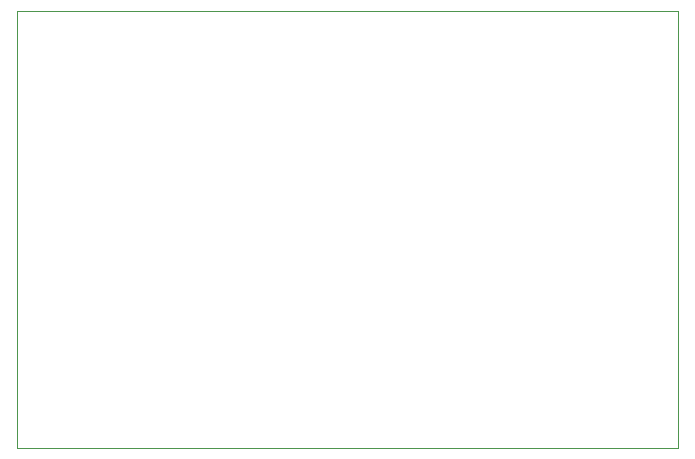
<source format=gbr>
%TF.GenerationSoftware,KiCad,Pcbnew,8.0.1*%
%TF.CreationDate,2024-11-12T01:42:51+00:00*%
%TF.ProjectId,Heating Element,48656174-696e-4672-9045-6c656d656e74,1*%
%TF.SameCoordinates,Original*%
%TF.FileFunction,Profile,NP*%
%FSLAX46Y46*%
G04 Gerber Fmt 4.6, Leading zero omitted, Abs format (unit mm)*
G04 Created by KiCad (PCBNEW 8.0.1) date 2024-11-12 01:42:51*
%MOMM*%
%LPD*%
G01*
G04 APERTURE LIST*
%TA.AperFunction,Profile*%
%ADD10C,0.050000*%
%TD*%
G04 APERTURE END LIST*
D10*
X95250000Y-78000000D02*
X151250000Y-78000000D01*
X151250000Y-115000000D01*
X95250000Y-115000000D01*
X95250000Y-78000000D01*
M02*

</source>
